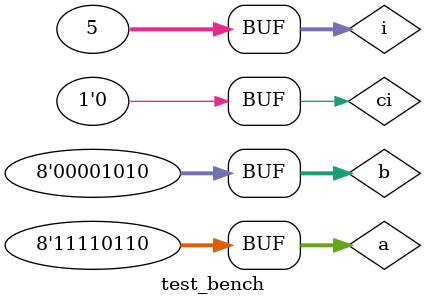
<source format=sv>



module test_bench;  
    	// 1. Declare testbench variables  
   	reg [7:0] a;  
   	reg [7:0] b;  
   	reg ci;  
   	wire [7:0] s;  
   	wire co,os;
   	integer i;  
  
    	// 2. Instantiate the design and connect to testbench variables  
adder_8  csa0 (s, co, os, a, b, ci); 
  
    	// 3. Provide stimulus to test the design  
initial begin  
      	a <= 0;  
      	b <= 4;  
      	ci <= 0;    
  
      	// Use a for loop to apply random values to the input  
      	for (i = 0; i < 5; i = i+1) begin  
         	#10 a <= $random;  
             	b <= $random;  
             	ci <= $random;  
      	end  
	#10;
	a = 8'hF6;
      	b = 8'h0A; 
	ci <= 0;
end  
endmodule




</source>
